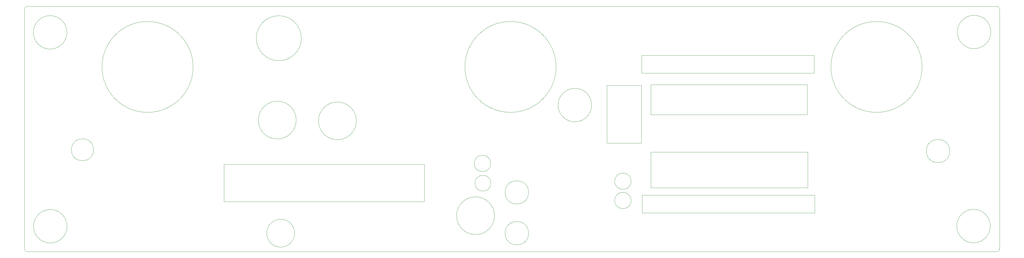
<source format=gm1>
G04 #@! TF.GenerationSoftware,KiCad,Pcbnew,7.0.10-1.fc39*
G04 #@! TF.CreationDate,2024-01-09T17:01:27-05:00*
G04 #@! TF.ProjectId,SYSMATT-WS2812-MATRIX-CARRIER-32X8-SPACER-PLATE,5359534d-4154-4542-9d57-53323831322d,rev?*
G04 #@! TF.SameCoordinates,Original*
G04 #@! TF.FileFunction,Profile,NP*
%FSLAX46Y46*%
G04 Gerber Fmt 4.6, Leading zero omitted, Abs format (unit mm)*
G04 Created by KiCad (PCBNEW 7.0.10-1.fc39) date 2024-01-09 17:01:27*
%MOMM*%
%LPD*%
G01*
G04 APERTURE LIST*
G04 #@! TA.AperFunction,Profile*
%ADD10C,0.100000*%
G04 #@! TD*
G04 APERTURE END LIST*
D10*
X216217500Y41910000D02*
X267843000Y41910000D01*
X267843000Y30099000D01*
X216217500Y30099000D01*
X216217500Y41910000D01*
X216185750Y64135000D02*
X267684250Y64135000D01*
X267684250Y54229000D01*
X216185750Y54229000D01*
X216185750Y64135000D01*
X213296500Y27686000D02*
X270129000Y27686000D01*
X270129000Y21844000D01*
X213296500Y21844000D01*
X213296500Y27686000D01*
X213169500Y73787000D02*
X270002000Y73787000D01*
X270002000Y67945000D01*
X213169500Y67945000D01*
X213169500Y73787000D01*
X201739500Y63881000D02*
X213106000Y63881000D01*
X213106000Y44831000D01*
X201739500Y44831000D01*
X201739500Y63881000D01*
X75692000Y37846000D02*
X141605000Y37846000D01*
X141605000Y25527000D01*
X75692000Y25527000D01*
X75692000Y37846000D01*
X328168000Y81534000D02*
G75*
G03*
X317110318Y81534000I-5528841J0D01*
G01*
X317110318Y81534000D02*
G75*
G03*
X328168000Y81534000I5528841J0D01*
G01*
X11000000Y90000000D02*
G75*
G03*
X10000000Y89000000I0J-1000000D01*
G01*
X101147605Y79487183D02*
G75*
G03*
X86304395Y79487183I-7421605J0D01*
G01*
X86304395Y79487183D02*
G75*
G03*
X101147605Y79487183I7421605J0D01*
G01*
X327981841Y17466841D02*
G75*
G03*
X316924159Y17466841I-5528841J0D01*
G01*
X316924159Y17466841D02*
G75*
G03*
X327981841Y17466841I5528841J0D01*
G01*
X11000000Y9000000D02*
X330000000Y9000000D01*
X10000000Y10000000D02*
G75*
G03*
X11000000Y9000000I1000000J0D01*
G01*
X331000000Y10000000D02*
X331000000Y89000000D01*
X24003000Y17399000D02*
G75*
G03*
X12945318Y17399000I-5528841J0D01*
G01*
X12945318Y17399000D02*
G75*
G03*
X24003000Y17399000I5528841J0D01*
G01*
X164733817Y20880554D02*
G75*
G03*
X152258183Y20880554I-6237817J0D01*
G01*
X152258183Y20880554D02*
G75*
G03*
X164733817Y20880554I6237817J0D01*
G01*
X65500000Y70000000D02*
G75*
G03*
X35500000Y70000000I-15000000J0D01*
G01*
X35500000Y70000000D02*
G75*
G03*
X65500000Y70000000I15000000J0D01*
G01*
X99441000Y52451000D02*
G75*
G03*
X86965366Y52451000I-6237817J0D01*
G01*
X86965366Y52451000D02*
G75*
G03*
X99441000Y52451000I6237817J0D01*
G01*
X209706559Y25908000D02*
G75*
G03*
X204313441Y25908000I-2696559J0D01*
G01*
X204313441Y25908000D02*
G75*
G03*
X209706559Y25908000I2696559J0D01*
G01*
X305500000Y70000000D02*
G75*
G03*
X275500000Y70000000I-15000000J0D01*
G01*
X275500000Y70000000D02*
G75*
G03*
X305500000Y70000000I15000000J0D01*
G01*
X175947554Y28575000D02*
G75*
G03*
X168222446Y28575000I-3862554J0D01*
G01*
X168222446Y28575000D02*
G75*
G03*
X175947554Y28575000I3862554J0D01*
G01*
X163527172Y31623000D02*
G75*
G03*
X158290828Y31623000I-2618172J0D01*
G01*
X158290828Y31623000D02*
G75*
G03*
X163527172Y31623000I2618172J0D01*
G01*
X175947554Y15113000D02*
G75*
G03*
X168222446Y15113000I-3862554J0D01*
G01*
X168222446Y15113000D02*
G75*
G03*
X175947554Y15113000I3862554J0D01*
G01*
X331000000Y89000000D02*
G75*
G03*
X330000000Y90000000I-1000000J0D01*
G01*
X314631554Y42238446D02*
G75*
G03*
X306906446Y42238446I-3862554J0D01*
G01*
X306906446Y42238446D02*
G75*
G03*
X314631554Y42238446I3862554J0D01*
G01*
X119253000Y52197000D02*
G75*
G03*
X106777366Y52197000I-6237817J0D01*
G01*
X106777366Y52197000D02*
G75*
G03*
X119253000Y52197000I6237817J0D01*
G01*
X196723000Y57404000D02*
G75*
G03*
X185665318Y57404000I-5528841J0D01*
G01*
X185665318Y57404000D02*
G75*
G03*
X196723000Y57404000I5528841J0D01*
G01*
X23948606Y81407000D02*
G75*
G03*
X12890924Y81407000I-5528841J0D01*
G01*
X12890924Y81407000D02*
G75*
G03*
X23948606Y81407000I5528841J0D01*
G01*
X209706559Y32258000D02*
G75*
G03*
X204313441Y32258000I-2696559J0D01*
G01*
X204313441Y32258000D02*
G75*
G03*
X209706559Y32258000I2696559J0D01*
G01*
X330000000Y9000000D02*
G75*
G03*
X331000000Y10000000I0J1000000D01*
G01*
X330000000Y90000000D02*
X11000000Y90000000D01*
X98933001Y15113000D02*
G75*
G03*
X89726013Y15113000I-4603494J0D01*
G01*
X89726013Y15113000D02*
G75*
G03*
X98933001Y15113000I4603494J0D01*
G01*
X10000000Y89000000D02*
X10000000Y10000000D01*
X163478559Y38129558D02*
G75*
G03*
X158085441Y38129558I-2696559J0D01*
G01*
X158085441Y38129558D02*
G75*
G03*
X163478559Y38129558I2696559J0D01*
G01*
X185000000Y70000000D02*
G75*
G03*
X155000000Y70000000I-15000000J0D01*
G01*
X155000000Y70000000D02*
G75*
G03*
X185000000Y70000000I15000000J0D01*
G01*
X32719727Y42672000D02*
G75*
G03*
X25446273Y42672000I-3636727J0D01*
G01*
X25446273Y42672000D02*
G75*
G03*
X32719727Y42672000I3636727J0D01*
G01*
M02*

</source>
